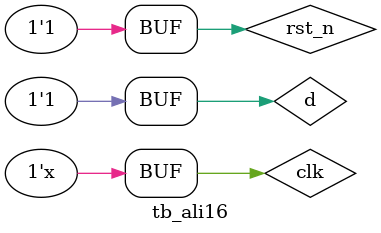
<source format=v>
module tb_ali16;

reg clk, rst_n, d;

wire dout;

initial begin
    clk = 0;
    rst_n = 0;
    d = 1;
    
    #1 rst_n = 1; 

end

always #5 clk = ~clk;

ali16 aa(
    .clk(clk),
    .rst_n(rst_n),
    .d(d),
    .dout(dout)
 );
    
endmodule


//vlog .\tb_ali16.v .\ali16.v

// vsim .\tb_ali16.v -voptargs=+acc
</source>
